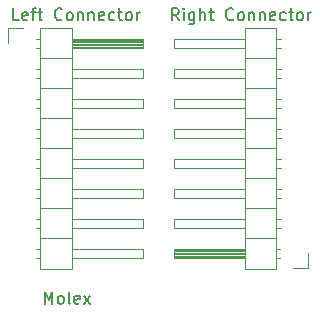
<source format=gbr>
G04 #@! TF.FileFunction,Legend,Top*
%FSLAX46Y46*%
G04 Gerber Fmt 4.6, Leading zero omitted, Abs format (unit mm)*
G04 Created by KiCad (PCBNEW 4.0.7) date 05/05/18 17:31:14*
%MOMM*%
%LPD*%
G01*
G04 APERTURE LIST*
%ADD10C,0.100000*%
%ADD11C,0.120000*%
%ADD12C,0.150000*%
G04 APERTURE END LIST*
D10*
D11*
X139362000Y-89602000D02*
X139362000Y-110042000D01*
X139362000Y-110042000D02*
X142022000Y-110042000D01*
X142022000Y-110042000D02*
X142022000Y-89602000D01*
X142022000Y-89602000D02*
X139362000Y-89602000D01*
X142022000Y-90552000D02*
X148022000Y-90552000D01*
X148022000Y-90552000D02*
X148022000Y-91312000D01*
X148022000Y-91312000D02*
X142022000Y-91312000D01*
X142022000Y-90612000D02*
X148022000Y-90612000D01*
X142022000Y-90732000D02*
X148022000Y-90732000D01*
X142022000Y-90852000D02*
X148022000Y-90852000D01*
X142022000Y-90972000D02*
X148022000Y-90972000D01*
X142022000Y-91092000D02*
X148022000Y-91092000D01*
X142022000Y-91212000D02*
X148022000Y-91212000D01*
X139032000Y-90552000D02*
X139362000Y-90552000D01*
X139032000Y-91312000D02*
X139362000Y-91312000D01*
X139362000Y-92202000D02*
X142022000Y-92202000D01*
X142022000Y-93092000D02*
X148022000Y-93092000D01*
X148022000Y-93092000D02*
X148022000Y-93852000D01*
X148022000Y-93852000D02*
X142022000Y-93852000D01*
X138964929Y-93092000D02*
X139362000Y-93092000D01*
X138964929Y-93852000D02*
X139362000Y-93852000D01*
X139362000Y-94742000D02*
X142022000Y-94742000D01*
X142022000Y-95632000D02*
X148022000Y-95632000D01*
X148022000Y-95632000D02*
X148022000Y-96392000D01*
X148022000Y-96392000D02*
X142022000Y-96392000D01*
X138964929Y-95632000D02*
X139362000Y-95632000D01*
X138964929Y-96392000D02*
X139362000Y-96392000D01*
X139362000Y-97282000D02*
X142022000Y-97282000D01*
X142022000Y-98172000D02*
X148022000Y-98172000D01*
X148022000Y-98172000D02*
X148022000Y-98932000D01*
X148022000Y-98932000D02*
X142022000Y-98932000D01*
X138964929Y-98172000D02*
X139362000Y-98172000D01*
X138964929Y-98932000D02*
X139362000Y-98932000D01*
X139362000Y-99822000D02*
X142022000Y-99822000D01*
X142022000Y-100712000D02*
X148022000Y-100712000D01*
X148022000Y-100712000D02*
X148022000Y-101472000D01*
X148022000Y-101472000D02*
X142022000Y-101472000D01*
X138964929Y-100712000D02*
X139362000Y-100712000D01*
X138964929Y-101472000D02*
X139362000Y-101472000D01*
X139362000Y-102362000D02*
X142022000Y-102362000D01*
X142022000Y-103252000D02*
X148022000Y-103252000D01*
X148022000Y-103252000D02*
X148022000Y-104012000D01*
X148022000Y-104012000D02*
X142022000Y-104012000D01*
X138964929Y-103252000D02*
X139362000Y-103252000D01*
X138964929Y-104012000D02*
X139362000Y-104012000D01*
X139362000Y-104902000D02*
X142022000Y-104902000D01*
X142022000Y-105792000D02*
X148022000Y-105792000D01*
X148022000Y-105792000D02*
X148022000Y-106552000D01*
X148022000Y-106552000D02*
X142022000Y-106552000D01*
X138964929Y-105792000D02*
X139362000Y-105792000D01*
X138964929Y-106552000D02*
X139362000Y-106552000D01*
X139362000Y-107442000D02*
X142022000Y-107442000D01*
X142022000Y-108332000D02*
X148022000Y-108332000D01*
X148022000Y-108332000D02*
X148022000Y-109092000D01*
X148022000Y-109092000D02*
X142022000Y-109092000D01*
X138964929Y-108332000D02*
X139362000Y-108332000D01*
X138964929Y-109092000D02*
X139362000Y-109092000D01*
X136652000Y-90932000D02*
X136652000Y-89662000D01*
X136652000Y-89662000D02*
X137922000Y-89662000D01*
X159342000Y-110042000D02*
X159342000Y-89602000D01*
X159342000Y-89602000D02*
X156682000Y-89602000D01*
X156682000Y-89602000D02*
X156682000Y-110042000D01*
X156682000Y-110042000D02*
X159342000Y-110042000D01*
X156682000Y-109092000D02*
X150682000Y-109092000D01*
X150682000Y-109092000D02*
X150682000Y-108332000D01*
X150682000Y-108332000D02*
X156682000Y-108332000D01*
X156682000Y-109032000D02*
X150682000Y-109032000D01*
X156682000Y-108912000D02*
X150682000Y-108912000D01*
X156682000Y-108792000D02*
X150682000Y-108792000D01*
X156682000Y-108672000D02*
X150682000Y-108672000D01*
X156682000Y-108552000D02*
X150682000Y-108552000D01*
X156682000Y-108432000D02*
X150682000Y-108432000D01*
X159672000Y-109092000D02*
X159342000Y-109092000D01*
X159672000Y-108332000D02*
X159342000Y-108332000D01*
X159342000Y-107442000D02*
X156682000Y-107442000D01*
X156682000Y-106552000D02*
X150682000Y-106552000D01*
X150682000Y-106552000D02*
X150682000Y-105792000D01*
X150682000Y-105792000D02*
X156682000Y-105792000D01*
X159739071Y-106552000D02*
X159342000Y-106552000D01*
X159739071Y-105792000D02*
X159342000Y-105792000D01*
X159342000Y-104902000D02*
X156682000Y-104902000D01*
X156682000Y-104012000D02*
X150682000Y-104012000D01*
X150682000Y-104012000D02*
X150682000Y-103252000D01*
X150682000Y-103252000D02*
X156682000Y-103252000D01*
X159739071Y-104012000D02*
X159342000Y-104012000D01*
X159739071Y-103252000D02*
X159342000Y-103252000D01*
X159342000Y-102362000D02*
X156682000Y-102362000D01*
X156682000Y-101472000D02*
X150682000Y-101472000D01*
X150682000Y-101472000D02*
X150682000Y-100712000D01*
X150682000Y-100712000D02*
X156682000Y-100712000D01*
X159739071Y-101472000D02*
X159342000Y-101472000D01*
X159739071Y-100712000D02*
X159342000Y-100712000D01*
X159342000Y-99822000D02*
X156682000Y-99822000D01*
X156682000Y-98932000D02*
X150682000Y-98932000D01*
X150682000Y-98932000D02*
X150682000Y-98172000D01*
X150682000Y-98172000D02*
X156682000Y-98172000D01*
X159739071Y-98932000D02*
X159342000Y-98932000D01*
X159739071Y-98172000D02*
X159342000Y-98172000D01*
X159342000Y-97282000D02*
X156682000Y-97282000D01*
X156682000Y-96392000D02*
X150682000Y-96392000D01*
X150682000Y-96392000D02*
X150682000Y-95632000D01*
X150682000Y-95632000D02*
X156682000Y-95632000D01*
X159739071Y-96392000D02*
X159342000Y-96392000D01*
X159739071Y-95632000D02*
X159342000Y-95632000D01*
X159342000Y-94742000D02*
X156682000Y-94742000D01*
X156682000Y-93852000D02*
X150682000Y-93852000D01*
X150682000Y-93852000D02*
X150682000Y-93092000D01*
X150682000Y-93092000D02*
X156682000Y-93092000D01*
X159739071Y-93852000D02*
X159342000Y-93852000D01*
X159739071Y-93092000D02*
X159342000Y-93092000D01*
X159342000Y-92202000D02*
X156682000Y-92202000D01*
X156682000Y-91312000D02*
X150682000Y-91312000D01*
X150682000Y-91312000D02*
X150682000Y-90552000D01*
X150682000Y-90552000D02*
X156682000Y-90552000D01*
X159739071Y-91312000D02*
X159342000Y-91312000D01*
X159739071Y-90552000D02*
X159342000Y-90552000D01*
X162052000Y-108712000D02*
X162052000Y-109982000D01*
X162052000Y-109982000D02*
X160782000Y-109982000D01*
D12*
X139724047Y-112974381D02*
X139724047Y-111974381D01*
X140057381Y-112688667D01*
X140390714Y-111974381D01*
X140390714Y-112974381D01*
X141009761Y-112974381D02*
X140914523Y-112926762D01*
X140866904Y-112879143D01*
X140819285Y-112783905D01*
X140819285Y-112498190D01*
X140866904Y-112402952D01*
X140914523Y-112355333D01*
X141009761Y-112307714D01*
X141152619Y-112307714D01*
X141247857Y-112355333D01*
X141295476Y-112402952D01*
X141343095Y-112498190D01*
X141343095Y-112783905D01*
X141295476Y-112879143D01*
X141247857Y-112926762D01*
X141152619Y-112974381D01*
X141009761Y-112974381D01*
X141914523Y-112974381D02*
X141819285Y-112926762D01*
X141771666Y-112831524D01*
X141771666Y-111974381D01*
X142676429Y-112926762D02*
X142581191Y-112974381D01*
X142390714Y-112974381D01*
X142295476Y-112926762D01*
X142247857Y-112831524D01*
X142247857Y-112450571D01*
X142295476Y-112355333D01*
X142390714Y-112307714D01*
X142581191Y-112307714D01*
X142676429Y-112355333D01*
X142724048Y-112450571D01*
X142724048Y-112545810D01*
X142247857Y-112641048D01*
X143057381Y-112974381D02*
X143581191Y-112307714D01*
X143057381Y-112307714D02*
X143581191Y-112974381D01*
X137533666Y-88971381D02*
X137057475Y-88971381D01*
X137057475Y-87971381D01*
X138247952Y-88923762D02*
X138152714Y-88971381D01*
X137962237Y-88971381D01*
X137866999Y-88923762D01*
X137819380Y-88828524D01*
X137819380Y-88447571D01*
X137866999Y-88352333D01*
X137962237Y-88304714D01*
X138152714Y-88304714D01*
X138247952Y-88352333D01*
X138295571Y-88447571D01*
X138295571Y-88542810D01*
X137819380Y-88638048D01*
X138581285Y-88304714D02*
X138962237Y-88304714D01*
X138724142Y-88971381D02*
X138724142Y-88114238D01*
X138771761Y-88019000D01*
X138866999Y-87971381D01*
X138962237Y-87971381D01*
X139152714Y-88304714D02*
X139533666Y-88304714D01*
X139295571Y-87971381D02*
X139295571Y-88828524D01*
X139343190Y-88923762D01*
X139438428Y-88971381D01*
X139533666Y-88971381D01*
X141200334Y-88876143D02*
X141152715Y-88923762D01*
X141009858Y-88971381D01*
X140914620Y-88971381D01*
X140771762Y-88923762D01*
X140676524Y-88828524D01*
X140628905Y-88733286D01*
X140581286Y-88542810D01*
X140581286Y-88399952D01*
X140628905Y-88209476D01*
X140676524Y-88114238D01*
X140771762Y-88019000D01*
X140914620Y-87971381D01*
X141009858Y-87971381D01*
X141152715Y-88019000D01*
X141200334Y-88066619D01*
X141771762Y-88971381D02*
X141676524Y-88923762D01*
X141628905Y-88876143D01*
X141581286Y-88780905D01*
X141581286Y-88495190D01*
X141628905Y-88399952D01*
X141676524Y-88352333D01*
X141771762Y-88304714D01*
X141914620Y-88304714D01*
X142009858Y-88352333D01*
X142057477Y-88399952D01*
X142105096Y-88495190D01*
X142105096Y-88780905D01*
X142057477Y-88876143D01*
X142009858Y-88923762D01*
X141914620Y-88971381D01*
X141771762Y-88971381D01*
X142533667Y-88304714D02*
X142533667Y-88971381D01*
X142533667Y-88399952D02*
X142581286Y-88352333D01*
X142676524Y-88304714D01*
X142819382Y-88304714D01*
X142914620Y-88352333D01*
X142962239Y-88447571D01*
X142962239Y-88971381D01*
X143438429Y-88304714D02*
X143438429Y-88971381D01*
X143438429Y-88399952D02*
X143486048Y-88352333D01*
X143581286Y-88304714D01*
X143724144Y-88304714D01*
X143819382Y-88352333D01*
X143867001Y-88447571D01*
X143867001Y-88971381D01*
X144724144Y-88923762D02*
X144628906Y-88971381D01*
X144438429Y-88971381D01*
X144343191Y-88923762D01*
X144295572Y-88828524D01*
X144295572Y-88447571D01*
X144343191Y-88352333D01*
X144438429Y-88304714D01*
X144628906Y-88304714D01*
X144724144Y-88352333D01*
X144771763Y-88447571D01*
X144771763Y-88542810D01*
X144295572Y-88638048D01*
X145628906Y-88923762D02*
X145533668Y-88971381D01*
X145343191Y-88971381D01*
X145247953Y-88923762D01*
X145200334Y-88876143D01*
X145152715Y-88780905D01*
X145152715Y-88495190D01*
X145200334Y-88399952D01*
X145247953Y-88352333D01*
X145343191Y-88304714D01*
X145533668Y-88304714D01*
X145628906Y-88352333D01*
X145914620Y-88304714D02*
X146295572Y-88304714D01*
X146057477Y-87971381D02*
X146057477Y-88828524D01*
X146105096Y-88923762D01*
X146200334Y-88971381D01*
X146295572Y-88971381D01*
X146771763Y-88971381D02*
X146676525Y-88923762D01*
X146628906Y-88876143D01*
X146581287Y-88780905D01*
X146581287Y-88495190D01*
X146628906Y-88399952D01*
X146676525Y-88352333D01*
X146771763Y-88304714D01*
X146914621Y-88304714D01*
X147009859Y-88352333D01*
X147057478Y-88399952D01*
X147105097Y-88495190D01*
X147105097Y-88780905D01*
X147057478Y-88876143D01*
X147009859Y-88923762D01*
X146914621Y-88971381D01*
X146771763Y-88971381D01*
X147533668Y-88971381D02*
X147533668Y-88304714D01*
X147533668Y-88495190D02*
X147581287Y-88399952D01*
X147628906Y-88352333D01*
X147724144Y-88304714D01*
X147819383Y-88304714D01*
X151075095Y-88971381D02*
X150741761Y-88495190D01*
X150503666Y-88971381D02*
X150503666Y-87971381D01*
X150884619Y-87971381D01*
X150979857Y-88019000D01*
X151027476Y-88066619D01*
X151075095Y-88161857D01*
X151075095Y-88304714D01*
X151027476Y-88399952D01*
X150979857Y-88447571D01*
X150884619Y-88495190D01*
X150503666Y-88495190D01*
X151503666Y-88971381D02*
X151503666Y-88304714D01*
X151503666Y-87971381D02*
X151456047Y-88019000D01*
X151503666Y-88066619D01*
X151551285Y-88019000D01*
X151503666Y-87971381D01*
X151503666Y-88066619D01*
X152408428Y-88304714D02*
X152408428Y-89114238D01*
X152360809Y-89209476D01*
X152313190Y-89257095D01*
X152217951Y-89304714D01*
X152075094Y-89304714D01*
X151979856Y-89257095D01*
X152408428Y-88923762D02*
X152313190Y-88971381D01*
X152122713Y-88971381D01*
X152027475Y-88923762D01*
X151979856Y-88876143D01*
X151932237Y-88780905D01*
X151932237Y-88495190D01*
X151979856Y-88399952D01*
X152027475Y-88352333D01*
X152122713Y-88304714D01*
X152313190Y-88304714D01*
X152408428Y-88352333D01*
X152884618Y-88971381D02*
X152884618Y-87971381D01*
X153313190Y-88971381D02*
X153313190Y-88447571D01*
X153265571Y-88352333D01*
X153170333Y-88304714D01*
X153027475Y-88304714D01*
X152932237Y-88352333D01*
X152884618Y-88399952D01*
X153646523Y-88304714D02*
X154027475Y-88304714D01*
X153789380Y-87971381D02*
X153789380Y-88828524D01*
X153836999Y-88923762D01*
X153932237Y-88971381D01*
X154027475Y-88971381D01*
X155694143Y-88876143D02*
X155646524Y-88923762D01*
X155503667Y-88971381D01*
X155408429Y-88971381D01*
X155265571Y-88923762D01*
X155170333Y-88828524D01*
X155122714Y-88733286D01*
X155075095Y-88542810D01*
X155075095Y-88399952D01*
X155122714Y-88209476D01*
X155170333Y-88114238D01*
X155265571Y-88019000D01*
X155408429Y-87971381D01*
X155503667Y-87971381D01*
X155646524Y-88019000D01*
X155694143Y-88066619D01*
X156265571Y-88971381D02*
X156170333Y-88923762D01*
X156122714Y-88876143D01*
X156075095Y-88780905D01*
X156075095Y-88495190D01*
X156122714Y-88399952D01*
X156170333Y-88352333D01*
X156265571Y-88304714D01*
X156408429Y-88304714D01*
X156503667Y-88352333D01*
X156551286Y-88399952D01*
X156598905Y-88495190D01*
X156598905Y-88780905D01*
X156551286Y-88876143D01*
X156503667Y-88923762D01*
X156408429Y-88971381D01*
X156265571Y-88971381D01*
X157027476Y-88304714D02*
X157027476Y-88971381D01*
X157027476Y-88399952D02*
X157075095Y-88352333D01*
X157170333Y-88304714D01*
X157313191Y-88304714D01*
X157408429Y-88352333D01*
X157456048Y-88447571D01*
X157456048Y-88971381D01*
X157932238Y-88304714D02*
X157932238Y-88971381D01*
X157932238Y-88399952D02*
X157979857Y-88352333D01*
X158075095Y-88304714D01*
X158217953Y-88304714D01*
X158313191Y-88352333D01*
X158360810Y-88447571D01*
X158360810Y-88971381D01*
X159217953Y-88923762D02*
X159122715Y-88971381D01*
X158932238Y-88971381D01*
X158837000Y-88923762D01*
X158789381Y-88828524D01*
X158789381Y-88447571D01*
X158837000Y-88352333D01*
X158932238Y-88304714D01*
X159122715Y-88304714D01*
X159217953Y-88352333D01*
X159265572Y-88447571D01*
X159265572Y-88542810D01*
X158789381Y-88638048D01*
X160122715Y-88923762D02*
X160027477Y-88971381D01*
X159837000Y-88971381D01*
X159741762Y-88923762D01*
X159694143Y-88876143D01*
X159646524Y-88780905D01*
X159646524Y-88495190D01*
X159694143Y-88399952D01*
X159741762Y-88352333D01*
X159837000Y-88304714D01*
X160027477Y-88304714D01*
X160122715Y-88352333D01*
X160408429Y-88304714D02*
X160789381Y-88304714D01*
X160551286Y-87971381D02*
X160551286Y-88828524D01*
X160598905Y-88923762D01*
X160694143Y-88971381D01*
X160789381Y-88971381D01*
X161265572Y-88971381D02*
X161170334Y-88923762D01*
X161122715Y-88876143D01*
X161075096Y-88780905D01*
X161075096Y-88495190D01*
X161122715Y-88399952D01*
X161170334Y-88352333D01*
X161265572Y-88304714D01*
X161408430Y-88304714D01*
X161503668Y-88352333D01*
X161551287Y-88399952D01*
X161598906Y-88495190D01*
X161598906Y-88780905D01*
X161551287Y-88876143D01*
X161503668Y-88923762D01*
X161408430Y-88971381D01*
X161265572Y-88971381D01*
X162027477Y-88971381D02*
X162027477Y-88304714D01*
X162027477Y-88495190D02*
X162075096Y-88399952D01*
X162122715Y-88352333D01*
X162217953Y-88304714D01*
X162313192Y-88304714D01*
M02*

</source>
